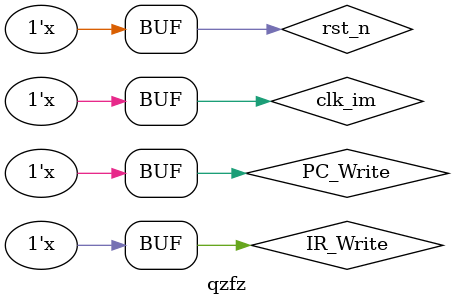
<source format=v>
`timescale 1ns / 1ps


module qzfz();
//INPUT
reg rst_n;
reg IR_Write;
reg PC_Write;
reg clk_im;
//OUTPUT
wire [31:0]inst;

initial
   begin
      rst_n=1;clk_im=0;IR_Write=0;PC_Write=1;
   end
always
    begin
       #200  rst_n=~rst_n;
    end
always
    begin
       #25  clk_im=~clk_im;
    end
always
    begin
       #40  IR_Write=~IR_Write;
    end
always
    begin
       #30  PC_Write=~PC_Write;
    end
  zhilin ff(rst_n,IR_Write,PC_Write,clk_im,inst);
endmodule

</source>
